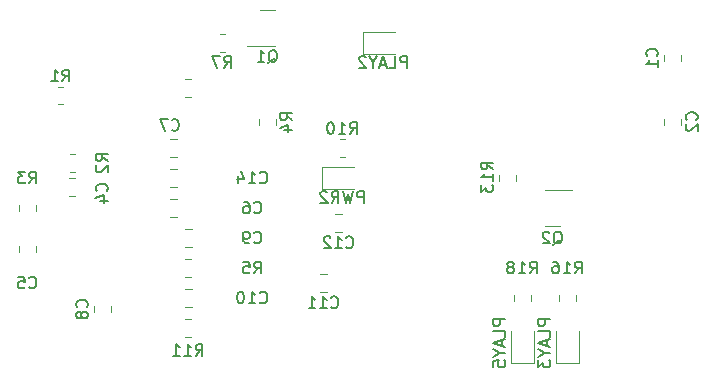
<source format=gbr>
G04 #@! TF.GenerationSoftware,KiCad,Pcbnew,7.0.2-6a45011f42~172~ubuntu22.04.1*
G04 #@! TF.CreationDate,2023-04-28T22:36:37-05:00*
G04 #@! TF.ProjectId,laser,6c617365-722e-46b6-9963-61645f706362,rev?*
G04 #@! TF.SameCoordinates,PXc1c960PY791ddc0*
G04 #@! TF.FileFunction,Legend,Bot*
G04 #@! TF.FilePolarity,Positive*
%FSLAX46Y46*%
G04 Gerber Fmt 4.6, Leading zero omitted, Abs format (unit mm)*
G04 Created by KiCad (PCBNEW 7.0.2-6a45011f42~172~ubuntu22.04.1) date 2023-04-28 22:36:37*
%MOMM*%
%LPD*%
G01*
G04 APERTURE LIST*
%ADD10C,0.150000*%
%ADD11C,0.120000*%
G04 APERTURE END LIST*
D10*
X21756666Y11062620D02*
X21804285Y11015000D01*
X21804285Y11015000D02*
X21947142Y10967381D01*
X21947142Y10967381D02*
X22042380Y10967381D01*
X22042380Y10967381D02*
X22185237Y11015000D01*
X22185237Y11015000D02*
X22280475Y11110239D01*
X22280475Y11110239D02*
X22328094Y11205477D01*
X22328094Y11205477D02*
X22375713Y11395953D01*
X22375713Y11395953D02*
X22375713Y11538810D01*
X22375713Y11538810D02*
X22328094Y11729286D01*
X22328094Y11729286D02*
X22280475Y11824524D01*
X22280475Y11824524D02*
X22185237Y11919762D01*
X22185237Y11919762D02*
X22042380Y11967381D01*
X22042380Y11967381D02*
X21947142Y11967381D01*
X21947142Y11967381D02*
X21804285Y11919762D01*
X21804285Y11919762D02*
X21756666Y11872143D01*
X21280475Y10967381D02*
X21089999Y10967381D01*
X21089999Y10967381D02*
X20994761Y11015000D01*
X20994761Y11015000D02*
X20947142Y11062620D01*
X20947142Y11062620D02*
X20851904Y11205477D01*
X20851904Y11205477D02*
X20804285Y11395953D01*
X20804285Y11395953D02*
X20804285Y11776905D01*
X20804285Y11776905D02*
X20851904Y11872143D01*
X20851904Y11872143D02*
X20899523Y11919762D01*
X20899523Y11919762D02*
X20994761Y11967381D01*
X20994761Y11967381D02*
X21185237Y11967381D01*
X21185237Y11967381D02*
X21280475Y11919762D01*
X21280475Y11919762D02*
X21328094Y11872143D01*
X21328094Y11872143D02*
X21375713Y11776905D01*
X21375713Y11776905D02*
X21375713Y11538810D01*
X21375713Y11538810D02*
X21328094Y11443572D01*
X21328094Y11443572D02*
X21280475Y11395953D01*
X21280475Y11395953D02*
X21185237Y11348334D01*
X21185237Y11348334D02*
X20994761Y11348334D01*
X20994761Y11348334D02*
X20899523Y11395953D01*
X20899523Y11395953D02*
X20851904Y11443572D01*
X20851904Y11443572D02*
X20804285Y11538810D01*
X47085238Y10872143D02*
X47180476Y10919762D01*
X47180476Y10919762D02*
X47275714Y11015000D01*
X47275714Y11015000D02*
X47418571Y11157858D01*
X47418571Y11157858D02*
X47513809Y11205477D01*
X47513809Y11205477D02*
X47609047Y11205477D01*
X47561428Y10967381D02*
X47656666Y11015000D01*
X47656666Y11015000D02*
X47751904Y11110239D01*
X47751904Y11110239D02*
X47799523Y11300715D01*
X47799523Y11300715D02*
X47799523Y11634048D01*
X47799523Y11634048D02*
X47751904Y11824524D01*
X47751904Y11824524D02*
X47656666Y11919762D01*
X47656666Y11919762D02*
X47561428Y11967381D01*
X47561428Y11967381D02*
X47370952Y11967381D01*
X47370952Y11967381D02*
X47275714Y11919762D01*
X47275714Y11919762D02*
X47180476Y11824524D01*
X47180476Y11824524D02*
X47132857Y11634048D01*
X47132857Y11634048D02*
X47132857Y11300715D01*
X47132857Y11300715D02*
X47180476Y11110239D01*
X47180476Y11110239D02*
X47275714Y11015000D01*
X47275714Y11015000D02*
X47370952Y10967381D01*
X47370952Y10967381D02*
X47561428Y10967381D01*
X46751904Y11872143D02*
X46704285Y11919762D01*
X46704285Y11919762D02*
X46609047Y11967381D01*
X46609047Y11967381D02*
X46370952Y11967381D01*
X46370952Y11967381D02*
X46275714Y11919762D01*
X46275714Y11919762D02*
X46228095Y11872143D01*
X46228095Y11872143D02*
X46180476Y11776905D01*
X46180476Y11776905D02*
X46180476Y11681667D01*
X46180476Y11681667D02*
X46228095Y11538810D01*
X46228095Y11538810D02*
X46799523Y10967381D01*
X46799523Y10967381D02*
X46180476Y10967381D01*
X9352619Y17946667D02*
X8876428Y18280000D01*
X9352619Y18518095D02*
X8352619Y18518095D01*
X8352619Y18518095D02*
X8352619Y18137143D01*
X8352619Y18137143D02*
X8400238Y18041905D01*
X8400238Y18041905D02*
X8447857Y17994286D01*
X8447857Y17994286D02*
X8543095Y17946667D01*
X8543095Y17946667D02*
X8685952Y17946667D01*
X8685952Y17946667D02*
X8781190Y17994286D01*
X8781190Y17994286D02*
X8828809Y18041905D01*
X8828809Y18041905D02*
X8876428Y18137143D01*
X8876428Y18137143D02*
X8876428Y18518095D01*
X8447857Y17565714D02*
X8400238Y17518095D01*
X8400238Y17518095D02*
X8352619Y17422857D01*
X8352619Y17422857D02*
X8352619Y17184762D01*
X8352619Y17184762D02*
X8400238Y17089524D01*
X8400238Y17089524D02*
X8447857Y17041905D01*
X8447857Y17041905D02*
X8543095Y16994286D01*
X8543095Y16994286D02*
X8638333Y16994286D01*
X8638333Y16994286D02*
X8781190Y17041905D01*
X8781190Y17041905D02*
X9352619Y17613333D01*
X9352619Y17613333D02*
X9352619Y16994286D01*
X55837380Y26836667D02*
X55885000Y26884286D01*
X55885000Y26884286D02*
X55932619Y27027143D01*
X55932619Y27027143D02*
X55932619Y27122381D01*
X55932619Y27122381D02*
X55885000Y27265238D01*
X55885000Y27265238D02*
X55789761Y27360476D01*
X55789761Y27360476D02*
X55694523Y27408095D01*
X55694523Y27408095D02*
X55504047Y27455714D01*
X55504047Y27455714D02*
X55361190Y27455714D01*
X55361190Y27455714D02*
X55170714Y27408095D01*
X55170714Y27408095D02*
X55075476Y27360476D01*
X55075476Y27360476D02*
X54980238Y27265238D01*
X54980238Y27265238D02*
X54932619Y27122381D01*
X54932619Y27122381D02*
X54932619Y27027143D01*
X54932619Y27027143D02*
X54980238Y26884286D01*
X54980238Y26884286D02*
X55027857Y26836667D01*
X55932619Y25884286D02*
X55932619Y26455714D01*
X55932619Y26170000D02*
X54932619Y26170000D01*
X54932619Y26170000D02*
X55075476Y26265238D01*
X55075476Y26265238D02*
X55170714Y26360476D01*
X55170714Y26360476D02*
X55218333Y26455714D01*
X29532857Y10652620D02*
X29580476Y10605000D01*
X29580476Y10605000D02*
X29723333Y10557381D01*
X29723333Y10557381D02*
X29818571Y10557381D01*
X29818571Y10557381D02*
X29961428Y10605000D01*
X29961428Y10605000D02*
X30056666Y10700239D01*
X30056666Y10700239D02*
X30104285Y10795477D01*
X30104285Y10795477D02*
X30151904Y10985953D01*
X30151904Y10985953D02*
X30151904Y11128810D01*
X30151904Y11128810D02*
X30104285Y11319286D01*
X30104285Y11319286D02*
X30056666Y11414524D01*
X30056666Y11414524D02*
X29961428Y11509762D01*
X29961428Y11509762D02*
X29818571Y11557381D01*
X29818571Y11557381D02*
X29723333Y11557381D01*
X29723333Y11557381D02*
X29580476Y11509762D01*
X29580476Y11509762D02*
X29532857Y11462143D01*
X28580476Y10557381D02*
X29151904Y10557381D01*
X28866190Y10557381D02*
X28866190Y11557381D01*
X28866190Y11557381D02*
X28961428Y11414524D01*
X28961428Y11414524D02*
X29056666Y11319286D01*
X29056666Y11319286D02*
X29151904Y11271667D01*
X28199523Y11462143D02*
X28151904Y11509762D01*
X28151904Y11509762D02*
X28056666Y11557381D01*
X28056666Y11557381D02*
X27818571Y11557381D01*
X27818571Y11557381D02*
X27723333Y11509762D01*
X27723333Y11509762D02*
X27675714Y11462143D01*
X27675714Y11462143D02*
X27628095Y11366905D01*
X27628095Y11366905D02*
X27628095Y11271667D01*
X27628095Y11271667D02*
X27675714Y11128810D01*
X27675714Y11128810D02*
X28247142Y10557381D01*
X28247142Y10557381D02*
X27628095Y10557381D01*
X16795357Y1442381D02*
X17128690Y1918572D01*
X17366785Y1442381D02*
X17366785Y2442381D01*
X17366785Y2442381D02*
X16985833Y2442381D01*
X16985833Y2442381D02*
X16890595Y2394762D01*
X16890595Y2394762D02*
X16842976Y2347143D01*
X16842976Y2347143D02*
X16795357Y2251905D01*
X16795357Y2251905D02*
X16795357Y2109048D01*
X16795357Y2109048D02*
X16842976Y2013810D01*
X16842976Y2013810D02*
X16890595Y1966191D01*
X16890595Y1966191D02*
X16985833Y1918572D01*
X16985833Y1918572D02*
X17366785Y1918572D01*
X15842976Y1442381D02*
X16414404Y1442381D01*
X16128690Y1442381D02*
X16128690Y2442381D01*
X16128690Y2442381D02*
X16223928Y2299524D01*
X16223928Y2299524D02*
X16319166Y2204286D01*
X16319166Y2204286D02*
X16414404Y2156667D01*
X14890595Y1442381D02*
X15462023Y1442381D01*
X15176309Y1442381D02*
X15176309Y2442381D01*
X15176309Y2442381D02*
X15271547Y2299524D01*
X15271547Y2299524D02*
X15366785Y2204286D01*
X15366785Y2204286D02*
X15462023Y2156667D01*
X24972619Y21399167D02*
X24496428Y21732500D01*
X24972619Y21970595D02*
X23972619Y21970595D01*
X23972619Y21970595D02*
X23972619Y21589643D01*
X23972619Y21589643D02*
X24020238Y21494405D01*
X24020238Y21494405D02*
X24067857Y21446786D01*
X24067857Y21446786D02*
X24163095Y21399167D01*
X24163095Y21399167D02*
X24305952Y21399167D01*
X24305952Y21399167D02*
X24401190Y21446786D01*
X24401190Y21446786D02*
X24448809Y21494405D01*
X24448809Y21494405D02*
X24496428Y21589643D01*
X24496428Y21589643D02*
X24496428Y21970595D01*
X24305952Y20542024D02*
X24972619Y20542024D01*
X23925000Y20780119D02*
X24639285Y21018214D01*
X24639285Y21018214D02*
X24639285Y20399167D01*
X2706666Y16047381D02*
X3039999Y16523572D01*
X3278094Y16047381D02*
X3278094Y17047381D01*
X3278094Y17047381D02*
X2897142Y17047381D01*
X2897142Y17047381D02*
X2801904Y16999762D01*
X2801904Y16999762D02*
X2754285Y16952143D01*
X2754285Y16952143D02*
X2706666Y16856905D01*
X2706666Y16856905D02*
X2706666Y16714048D01*
X2706666Y16714048D02*
X2754285Y16618810D01*
X2754285Y16618810D02*
X2801904Y16571191D01*
X2801904Y16571191D02*
X2897142Y16523572D01*
X2897142Y16523572D02*
X3278094Y16523572D01*
X2373332Y17047381D02*
X1754285Y17047381D01*
X1754285Y17047381D02*
X2087618Y16666429D01*
X2087618Y16666429D02*
X1944761Y16666429D01*
X1944761Y16666429D02*
X1849523Y16618810D01*
X1849523Y16618810D02*
X1801904Y16571191D01*
X1801904Y16571191D02*
X1754285Y16475953D01*
X1754285Y16475953D02*
X1754285Y16237858D01*
X1754285Y16237858D02*
X1801904Y16142620D01*
X1801904Y16142620D02*
X1849523Y16095000D01*
X1849523Y16095000D02*
X1944761Y16047381D01*
X1944761Y16047381D02*
X2230475Y16047381D01*
X2230475Y16047381D02*
X2325713Y16095000D01*
X2325713Y16095000D02*
X2373332Y16142620D01*
X14771666Y20587620D02*
X14819285Y20540000D01*
X14819285Y20540000D02*
X14962142Y20492381D01*
X14962142Y20492381D02*
X15057380Y20492381D01*
X15057380Y20492381D02*
X15200237Y20540000D01*
X15200237Y20540000D02*
X15295475Y20635239D01*
X15295475Y20635239D02*
X15343094Y20730477D01*
X15343094Y20730477D02*
X15390713Y20920953D01*
X15390713Y20920953D02*
X15390713Y21063810D01*
X15390713Y21063810D02*
X15343094Y21254286D01*
X15343094Y21254286D02*
X15295475Y21349524D01*
X15295475Y21349524D02*
X15200237Y21444762D01*
X15200237Y21444762D02*
X15057380Y21492381D01*
X15057380Y21492381D02*
X14962142Y21492381D01*
X14962142Y21492381D02*
X14819285Y21444762D01*
X14819285Y21444762D02*
X14771666Y21397143D01*
X14438332Y21492381D02*
X13771666Y21492381D01*
X13771666Y21492381D02*
X14200237Y20492381D01*
X22955238Y26252143D02*
X23050476Y26299762D01*
X23050476Y26299762D02*
X23145714Y26395000D01*
X23145714Y26395000D02*
X23288571Y26537858D01*
X23288571Y26537858D02*
X23383809Y26585477D01*
X23383809Y26585477D02*
X23479047Y26585477D01*
X23431428Y26347381D02*
X23526666Y26395000D01*
X23526666Y26395000D02*
X23621904Y26490239D01*
X23621904Y26490239D02*
X23669523Y26680715D01*
X23669523Y26680715D02*
X23669523Y27014048D01*
X23669523Y27014048D02*
X23621904Y27204524D01*
X23621904Y27204524D02*
X23526666Y27299762D01*
X23526666Y27299762D02*
X23431428Y27347381D01*
X23431428Y27347381D02*
X23240952Y27347381D01*
X23240952Y27347381D02*
X23145714Y27299762D01*
X23145714Y27299762D02*
X23050476Y27204524D01*
X23050476Y27204524D02*
X23002857Y27014048D01*
X23002857Y27014048D02*
X23002857Y26680715D01*
X23002857Y26680715D02*
X23050476Y26490239D01*
X23050476Y26490239D02*
X23145714Y26395000D01*
X23145714Y26395000D02*
X23240952Y26347381D01*
X23240952Y26347381D02*
X23431428Y26347381D01*
X22050476Y26347381D02*
X22621904Y26347381D01*
X22336190Y26347381D02*
X22336190Y27347381D01*
X22336190Y27347381D02*
X22431428Y27204524D01*
X22431428Y27204524D02*
X22526666Y27109286D01*
X22526666Y27109286D02*
X22621904Y27061667D01*
X19216666Y25827381D02*
X19549999Y26303572D01*
X19788094Y25827381D02*
X19788094Y26827381D01*
X19788094Y26827381D02*
X19407142Y26827381D01*
X19407142Y26827381D02*
X19311904Y26779762D01*
X19311904Y26779762D02*
X19264285Y26732143D01*
X19264285Y26732143D02*
X19216666Y26636905D01*
X19216666Y26636905D02*
X19216666Y26494048D01*
X19216666Y26494048D02*
X19264285Y26398810D01*
X19264285Y26398810D02*
X19311904Y26351191D01*
X19311904Y26351191D02*
X19407142Y26303572D01*
X19407142Y26303572D02*
X19788094Y26303572D01*
X18883332Y26827381D02*
X18216666Y26827381D01*
X18216666Y26827381D02*
X18645237Y25827381D01*
X21756666Y13602620D02*
X21804285Y13555000D01*
X21804285Y13555000D02*
X21947142Y13507381D01*
X21947142Y13507381D02*
X22042380Y13507381D01*
X22042380Y13507381D02*
X22185237Y13555000D01*
X22185237Y13555000D02*
X22280475Y13650239D01*
X22280475Y13650239D02*
X22328094Y13745477D01*
X22328094Y13745477D02*
X22375713Y13935953D01*
X22375713Y13935953D02*
X22375713Y14078810D01*
X22375713Y14078810D02*
X22328094Y14269286D01*
X22328094Y14269286D02*
X22280475Y14364524D01*
X22280475Y14364524D02*
X22185237Y14459762D01*
X22185237Y14459762D02*
X22042380Y14507381D01*
X22042380Y14507381D02*
X21947142Y14507381D01*
X21947142Y14507381D02*
X21804285Y14459762D01*
X21804285Y14459762D02*
X21756666Y14412143D01*
X20899523Y14507381D02*
X21089999Y14507381D01*
X21089999Y14507381D02*
X21185237Y14459762D01*
X21185237Y14459762D02*
X21232856Y14412143D01*
X21232856Y14412143D02*
X21328094Y14269286D01*
X21328094Y14269286D02*
X21375713Y14078810D01*
X21375713Y14078810D02*
X21375713Y13697858D01*
X21375713Y13697858D02*
X21328094Y13602620D01*
X21328094Y13602620D02*
X21280475Y13555000D01*
X21280475Y13555000D02*
X21185237Y13507381D01*
X21185237Y13507381D02*
X20994761Y13507381D01*
X20994761Y13507381D02*
X20899523Y13555000D01*
X20899523Y13555000D02*
X20851904Y13602620D01*
X20851904Y13602620D02*
X20804285Y13697858D01*
X20804285Y13697858D02*
X20804285Y13935953D01*
X20804285Y13935953D02*
X20851904Y14031191D01*
X20851904Y14031191D02*
X20899523Y14078810D01*
X20899523Y14078810D02*
X20994761Y14126429D01*
X20994761Y14126429D02*
X21185237Y14126429D01*
X21185237Y14126429D02*
X21280475Y14078810D01*
X21280475Y14078810D02*
X21328094Y14031191D01*
X21328094Y14031191D02*
X21375713Y13935953D01*
X34687499Y25827381D02*
X34687499Y26827381D01*
X34687499Y26827381D02*
X34306547Y26827381D01*
X34306547Y26827381D02*
X34211309Y26779762D01*
X34211309Y26779762D02*
X34163690Y26732143D01*
X34163690Y26732143D02*
X34116071Y26636905D01*
X34116071Y26636905D02*
X34116071Y26494048D01*
X34116071Y26494048D02*
X34163690Y26398810D01*
X34163690Y26398810D02*
X34211309Y26351191D01*
X34211309Y26351191D02*
X34306547Y26303572D01*
X34306547Y26303572D02*
X34687499Y26303572D01*
X33211309Y25827381D02*
X33687499Y25827381D01*
X33687499Y25827381D02*
X33687499Y26827381D01*
X32925594Y26113096D02*
X32449404Y26113096D01*
X33020832Y25827381D02*
X32687499Y26827381D01*
X32687499Y26827381D02*
X32354166Y25827381D01*
X31830356Y26303572D02*
X31830356Y25827381D01*
X32163689Y26827381D02*
X31830356Y26303572D01*
X31830356Y26303572D02*
X31497023Y26827381D01*
X31211308Y26732143D02*
X31163689Y26779762D01*
X31163689Y26779762D02*
X31068451Y26827381D01*
X31068451Y26827381D02*
X30830356Y26827381D01*
X30830356Y26827381D02*
X30735118Y26779762D01*
X30735118Y26779762D02*
X30687499Y26732143D01*
X30687499Y26732143D02*
X30639880Y26636905D01*
X30639880Y26636905D02*
X30639880Y26541667D01*
X30639880Y26541667D02*
X30687499Y26398810D01*
X30687499Y26398810D02*
X31258927Y25827381D01*
X31258927Y25827381D02*
X30639880Y25827381D01*
X28262857Y5572620D02*
X28310476Y5525000D01*
X28310476Y5525000D02*
X28453333Y5477381D01*
X28453333Y5477381D02*
X28548571Y5477381D01*
X28548571Y5477381D02*
X28691428Y5525000D01*
X28691428Y5525000D02*
X28786666Y5620239D01*
X28786666Y5620239D02*
X28834285Y5715477D01*
X28834285Y5715477D02*
X28881904Y5905953D01*
X28881904Y5905953D02*
X28881904Y6048810D01*
X28881904Y6048810D02*
X28834285Y6239286D01*
X28834285Y6239286D02*
X28786666Y6334524D01*
X28786666Y6334524D02*
X28691428Y6429762D01*
X28691428Y6429762D02*
X28548571Y6477381D01*
X28548571Y6477381D02*
X28453333Y6477381D01*
X28453333Y6477381D02*
X28310476Y6429762D01*
X28310476Y6429762D02*
X28262857Y6382143D01*
X27310476Y5477381D02*
X27881904Y5477381D01*
X27596190Y5477381D02*
X27596190Y6477381D01*
X27596190Y6477381D02*
X27691428Y6334524D01*
X27691428Y6334524D02*
X27786666Y6239286D01*
X27786666Y6239286D02*
X27881904Y6191667D01*
X26358095Y5477381D02*
X26929523Y5477381D01*
X26643809Y5477381D02*
X26643809Y6477381D01*
X26643809Y6477381D02*
X26739047Y6334524D01*
X26739047Y6334524D02*
X26834285Y6239286D01*
X26834285Y6239286D02*
X26929523Y6191667D01*
X41975375Y17230434D02*
X41499184Y17563767D01*
X41975375Y17801862D02*
X40975375Y17801862D01*
X40975375Y17801862D02*
X40975375Y17420910D01*
X40975375Y17420910D02*
X41022994Y17325672D01*
X41022994Y17325672D02*
X41070613Y17278053D01*
X41070613Y17278053D02*
X41165851Y17230434D01*
X41165851Y17230434D02*
X41308708Y17230434D01*
X41308708Y17230434D02*
X41403946Y17278053D01*
X41403946Y17278053D02*
X41451565Y17325672D01*
X41451565Y17325672D02*
X41499184Y17420910D01*
X41499184Y17420910D02*
X41499184Y17801862D01*
X41975375Y16278053D02*
X41975375Y16849481D01*
X41975375Y16563767D02*
X40975375Y16563767D01*
X40975375Y16563767D02*
X41118232Y16659005D01*
X41118232Y16659005D02*
X41213470Y16754243D01*
X41213470Y16754243D02*
X41261089Y16849481D01*
X40975375Y15944719D02*
X40975375Y15325672D01*
X40975375Y15325672D02*
X41356327Y15659005D01*
X41356327Y15659005D02*
X41356327Y15516148D01*
X41356327Y15516148D02*
X41403946Y15420910D01*
X41403946Y15420910D02*
X41451565Y15373291D01*
X41451565Y15373291D02*
X41546803Y15325672D01*
X41546803Y15325672D02*
X41784898Y15325672D01*
X41784898Y15325672D02*
X41880136Y15373291D01*
X41880136Y15373291D02*
X41927756Y15420910D01*
X41927756Y15420910D02*
X41975375Y15516148D01*
X41975375Y15516148D02*
X41975375Y15801862D01*
X41975375Y15801862D02*
X41927756Y15897100D01*
X41927756Y15897100D02*
X41880136Y15944719D01*
X43007619Y4540000D02*
X42007619Y4540000D01*
X42007619Y4540000D02*
X42007619Y4159048D01*
X42007619Y4159048D02*
X42055238Y4063810D01*
X42055238Y4063810D02*
X42102857Y4016191D01*
X42102857Y4016191D02*
X42198095Y3968572D01*
X42198095Y3968572D02*
X42340952Y3968572D01*
X42340952Y3968572D02*
X42436190Y4016191D01*
X42436190Y4016191D02*
X42483809Y4063810D01*
X42483809Y4063810D02*
X42531428Y4159048D01*
X42531428Y4159048D02*
X42531428Y4540000D01*
X43007619Y3063810D02*
X43007619Y3540000D01*
X43007619Y3540000D02*
X42007619Y3540000D01*
X42721904Y2778095D02*
X42721904Y2301905D01*
X43007619Y2873333D02*
X42007619Y2540000D01*
X42007619Y2540000D02*
X43007619Y2206667D01*
X42531428Y1682857D02*
X43007619Y1682857D01*
X42007619Y2016190D02*
X42531428Y1682857D01*
X42531428Y1682857D02*
X42007619Y1349524D01*
X42007619Y540000D02*
X42007619Y1016190D01*
X42007619Y1016190D02*
X42483809Y1063809D01*
X42483809Y1063809D02*
X42436190Y1016190D01*
X42436190Y1016190D02*
X42388571Y920952D01*
X42388571Y920952D02*
X42388571Y682857D01*
X42388571Y682857D02*
X42436190Y587619D01*
X42436190Y587619D02*
X42483809Y540000D01*
X42483809Y540000D02*
X42579047Y492381D01*
X42579047Y492381D02*
X42817142Y492381D01*
X42817142Y492381D02*
X42912380Y540000D01*
X42912380Y540000D02*
X42960000Y587619D01*
X42960000Y587619D02*
X43007619Y682857D01*
X43007619Y682857D02*
X43007619Y920952D01*
X43007619Y920952D02*
X42960000Y1016190D01*
X42960000Y1016190D02*
X42912380Y1063809D01*
X7577380Y5566667D02*
X7625000Y5614286D01*
X7625000Y5614286D02*
X7672619Y5757143D01*
X7672619Y5757143D02*
X7672619Y5852381D01*
X7672619Y5852381D02*
X7625000Y5995238D01*
X7625000Y5995238D02*
X7529761Y6090476D01*
X7529761Y6090476D02*
X7434523Y6138095D01*
X7434523Y6138095D02*
X7244047Y6185714D01*
X7244047Y6185714D02*
X7101190Y6185714D01*
X7101190Y6185714D02*
X6910714Y6138095D01*
X6910714Y6138095D02*
X6815476Y6090476D01*
X6815476Y6090476D02*
X6720238Y5995238D01*
X6720238Y5995238D02*
X6672619Y5852381D01*
X6672619Y5852381D02*
X6672619Y5757143D01*
X6672619Y5757143D02*
X6720238Y5614286D01*
X6720238Y5614286D02*
X6767857Y5566667D01*
X7101190Y4995238D02*
X7053571Y5090476D01*
X7053571Y5090476D02*
X7005952Y5138095D01*
X7005952Y5138095D02*
X6910714Y5185714D01*
X6910714Y5185714D02*
X6863095Y5185714D01*
X6863095Y5185714D02*
X6767857Y5138095D01*
X6767857Y5138095D02*
X6720238Y5090476D01*
X6720238Y5090476D02*
X6672619Y4995238D01*
X6672619Y4995238D02*
X6672619Y4804762D01*
X6672619Y4804762D02*
X6720238Y4709524D01*
X6720238Y4709524D02*
X6767857Y4661905D01*
X6767857Y4661905D02*
X6863095Y4614286D01*
X6863095Y4614286D02*
X6910714Y4614286D01*
X6910714Y4614286D02*
X7005952Y4661905D01*
X7005952Y4661905D02*
X7053571Y4709524D01*
X7053571Y4709524D02*
X7101190Y4804762D01*
X7101190Y4804762D02*
X7101190Y4995238D01*
X7101190Y4995238D02*
X7148809Y5090476D01*
X7148809Y5090476D02*
X7196428Y5138095D01*
X7196428Y5138095D02*
X7291666Y5185714D01*
X7291666Y5185714D02*
X7482142Y5185714D01*
X7482142Y5185714D02*
X7577380Y5138095D01*
X7577380Y5138095D02*
X7625000Y5090476D01*
X7625000Y5090476D02*
X7672619Y4995238D01*
X7672619Y4995238D02*
X7672619Y4804762D01*
X7672619Y4804762D02*
X7625000Y4709524D01*
X7625000Y4709524D02*
X7577380Y4661905D01*
X7577380Y4661905D02*
X7482142Y4614286D01*
X7482142Y4614286D02*
X7291666Y4614286D01*
X7291666Y4614286D02*
X7196428Y4661905D01*
X7196428Y4661905D02*
X7148809Y4709524D01*
X7148809Y4709524D02*
X7101190Y4804762D01*
X31019523Y14397381D02*
X31019523Y15397381D01*
X31019523Y15397381D02*
X30638571Y15397381D01*
X30638571Y15397381D02*
X30543333Y15349762D01*
X30543333Y15349762D02*
X30495714Y15302143D01*
X30495714Y15302143D02*
X30448095Y15206905D01*
X30448095Y15206905D02*
X30448095Y15064048D01*
X30448095Y15064048D02*
X30495714Y14968810D01*
X30495714Y14968810D02*
X30543333Y14921191D01*
X30543333Y14921191D02*
X30638571Y14873572D01*
X30638571Y14873572D02*
X31019523Y14873572D01*
X30114761Y15397381D02*
X29876666Y14397381D01*
X29876666Y14397381D02*
X29686190Y15111667D01*
X29686190Y15111667D02*
X29495714Y14397381D01*
X29495714Y14397381D02*
X29257619Y15397381D01*
X28305238Y14397381D02*
X28638571Y14873572D01*
X28876666Y14397381D02*
X28876666Y15397381D01*
X28876666Y15397381D02*
X28495714Y15397381D01*
X28495714Y15397381D02*
X28400476Y15349762D01*
X28400476Y15349762D02*
X28352857Y15302143D01*
X28352857Y15302143D02*
X28305238Y15206905D01*
X28305238Y15206905D02*
X28305238Y15064048D01*
X28305238Y15064048D02*
X28352857Y14968810D01*
X28352857Y14968810D02*
X28400476Y14921191D01*
X28400476Y14921191D02*
X28495714Y14873572D01*
X28495714Y14873572D02*
X28876666Y14873572D01*
X27924285Y15302143D02*
X27876666Y15349762D01*
X27876666Y15349762D02*
X27781428Y15397381D01*
X27781428Y15397381D02*
X27543333Y15397381D01*
X27543333Y15397381D02*
X27448095Y15349762D01*
X27448095Y15349762D02*
X27400476Y15302143D01*
X27400476Y15302143D02*
X27352857Y15206905D01*
X27352857Y15206905D02*
X27352857Y15111667D01*
X27352857Y15111667D02*
X27400476Y14968810D01*
X27400476Y14968810D02*
X27971904Y14397381D01*
X27971904Y14397381D02*
X27352857Y14397381D01*
X59197380Y21436667D02*
X59245000Y21484286D01*
X59245000Y21484286D02*
X59292619Y21627143D01*
X59292619Y21627143D02*
X59292619Y21722381D01*
X59292619Y21722381D02*
X59245000Y21865238D01*
X59245000Y21865238D02*
X59149761Y21960476D01*
X59149761Y21960476D02*
X59054523Y22008095D01*
X59054523Y22008095D02*
X58864047Y22055714D01*
X58864047Y22055714D02*
X58721190Y22055714D01*
X58721190Y22055714D02*
X58530714Y22008095D01*
X58530714Y22008095D02*
X58435476Y21960476D01*
X58435476Y21960476D02*
X58340238Y21865238D01*
X58340238Y21865238D02*
X58292619Y21722381D01*
X58292619Y21722381D02*
X58292619Y21627143D01*
X58292619Y21627143D02*
X58340238Y21484286D01*
X58340238Y21484286D02*
X58387857Y21436667D01*
X58387857Y21055714D02*
X58340238Y21008095D01*
X58340238Y21008095D02*
X58292619Y20912857D01*
X58292619Y20912857D02*
X58292619Y20674762D01*
X58292619Y20674762D02*
X58340238Y20579524D01*
X58340238Y20579524D02*
X58387857Y20531905D01*
X58387857Y20531905D02*
X58483095Y20484286D01*
X58483095Y20484286D02*
X58578333Y20484286D01*
X58578333Y20484286D02*
X58721190Y20531905D01*
X58721190Y20531905D02*
X59292619Y21103333D01*
X59292619Y21103333D02*
X59292619Y20484286D01*
X22232857Y16142620D02*
X22280476Y16095000D01*
X22280476Y16095000D02*
X22423333Y16047381D01*
X22423333Y16047381D02*
X22518571Y16047381D01*
X22518571Y16047381D02*
X22661428Y16095000D01*
X22661428Y16095000D02*
X22756666Y16190239D01*
X22756666Y16190239D02*
X22804285Y16285477D01*
X22804285Y16285477D02*
X22851904Y16475953D01*
X22851904Y16475953D02*
X22851904Y16618810D01*
X22851904Y16618810D02*
X22804285Y16809286D01*
X22804285Y16809286D02*
X22756666Y16904524D01*
X22756666Y16904524D02*
X22661428Y16999762D01*
X22661428Y16999762D02*
X22518571Y17047381D01*
X22518571Y17047381D02*
X22423333Y17047381D01*
X22423333Y17047381D02*
X22280476Y16999762D01*
X22280476Y16999762D02*
X22232857Y16952143D01*
X21280476Y16047381D02*
X21851904Y16047381D01*
X21566190Y16047381D02*
X21566190Y17047381D01*
X21566190Y17047381D02*
X21661428Y16904524D01*
X21661428Y16904524D02*
X21756666Y16809286D01*
X21756666Y16809286D02*
X21851904Y16761667D01*
X20423333Y16714048D02*
X20423333Y16047381D01*
X20661428Y17095000D02*
X20899523Y16380715D01*
X20899523Y16380715D02*
X20280476Y16380715D01*
X2706666Y7252620D02*
X2754285Y7205000D01*
X2754285Y7205000D02*
X2897142Y7157381D01*
X2897142Y7157381D02*
X2992380Y7157381D01*
X2992380Y7157381D02*
X3135237Y7205000D01*
X3135237Y7205000D02*
X3230475Y7300239D01*
X3230475Y7300239D02*
X3278094Y7395477D01*
X3278094Y7395477D02*
X3325713Y7585953D01*
X3325713Y7585953D02*
X3325713Y7728810D01*
X3325713Y7728810D02*
X3278094Y7919286D01*
X3278094Y7919286D02*
X3230475Y8014524D01*
X3230475Y8014524D02*
X3135237Y8109762D01*
X3135237Y8109762D02*
X2992380Y8157381D01*
X2992380Y8157381D02*
X2897142Y8157381D01*
X2897142Y8157381D02*
X2754285Y8109762D01*
X2754285Y8109762D02*
X2706666Y8062143D01*
X1801904Y8157381D02*
X2278094Y8157381D01*
X2278094Y8157381D02*
X2325713Y7681191D01*
X2325713Y7681191D02*
X2278094Y7728810D01*
X2278094Y7728810D02*
X2182856Y7776429D01*
X2182856Y7776429D02*
X1944761Y7776429D01*
X1944761Y7776429D02*
X1849523Y7728810D01*
X1849523Y7728810D02*
X1801904Y7681191D01*
X1801904Y7681191D02*
X1754285Y7585953D01*
X1754285Y7585953D02*
X1754285Y7347858D01*
X1754285Y7347858D02*
X1801904Y7252620D01*
X1801904Y7252620D02*
X1849523Y7205000D01*
X1849523Y7205000D02*
X1944761Y7157381D01*
X1944761Y7157381D02*
X2182856Y7157381D01*
X2182856Y7157381D02*
X2278094Y7205000D01*
X2278094Y7205000D02*
X2325713Y7252620D01*
X22232857Y5982620D02*
X22280476Y5935000D01*
X22280476Y5935000D02*
X22423333Y5887381D01*
X22423333Y5887381D02*
X22518571Y5887381D01*
X22518571Y5887381D02*
X22661428Y5935000D01*
X22661428Y5935000D02*
X22756666Y6030239D01*
X22756666Y6030239D02*
X22804285Y6125477D01*
X22804285Y6125477D02*
X22851904Y6315953D01*
X22851904Y6315953D02*
X22851904Y6458810D01*
X22851904Y6458810D02*
X22804285Y6649286D01*
X22804285Y6649286D02*
X22756666Y6744524D01*
X22756666Y6744524D02*
X22661428Y6839762D01*
X22661428Y6839762D02*
X22518571Y6887381D01*
X22518571Y6887381D02*
X22423333Y6887381D01*
X22423333Y6887381D02*
X22280476Y6839762D01*
X22280476Y6839762D02*
X22232857Y6792143D01*
X21280476Y5887381D02*
X21851904Y5887381D01*
X21566190Y5887381D02*
X21566190Y6887381D01*
X21566190Y6887381D02*
X21661428Y6744524D01*
X21661428Y6744524D02*
X21756666Y6649286D01*
X21756666Y6649286D02*
X21851904Y6601667D01*
X20661428Y6887381D02*
X20566190Y6887381D01*
X20566190Y6887381D02*
X20470952Y6839762D01*
X20470952Y6839762D02*
X20423333Y6792143D01*
X20423333Y6792143D02*
X20375714Y6696905D01*
X20375714Y6696905D02*
X20328095Y6506429D01*
X20328095Y6506429D02*
X20328095Y6268334D01*
X20328095Y6268334D02*
X20375714Y6077858D01*
X20375714Y6077858D02*
X20423333Y5982620D01*
X20423333Y5982620D02*
X20470952Y5935000D01*
X20470952Y5935000D02*
X20566190Y5887381D01*
X20566190Y5887381D02*
X20661428Y5887381D01*
X20661428Y5887381D02*
X20756666Y5935000D01*
X20756666Y5935000D02*
X20804285Y5982620D01*
X20804285Y5982620D02*
X20851904Y6077858D01*
X20851904Y6077858D02*
X20899523Y6268334D01*
X20899523Y6268334D02*
X20899523Y6506429D01*
X20899523Y6506429D02*
X20851904Y6696905D01*
X20851904Y6696905D02*
X20804285Y6792143D01*
X20804285Y6792143D02*
X20756666Y6839762D01*
X20756666Y6839762D02*
X20661428Y6887381D01*
X45092857Y8427381D02*
X45426190Y8903572D01*
X45664285Y8427381D02*
X45664285Y9427381D01*
X45664285Y9427381D02*
X45283333Y9427381D01*
X45283333Y9427381D02*
X45188095Y9379762D01*
X45188095Y9379762D02*
X45140476Y9332143D01*
X45140476Y9332143D02*
X45092857Y9236905D01*
X45092857Y9236905D02*
X45092857Y9094048D01*
X45092857Y9094048D02*
X45140476Y8998810D01*
X45140476Y8998810D02*
X45188095Y8951191D01*
X45188095Y8951191D02*
X45283333Y8903572D01*
X45283333Y8903572D02*
X45664285Y8903572D01*
X44140476Y8427381D02*
X44711904Y8427381D01*
X44426190Y8427381D02*
X44426190Y9427381D01*
X44426190Y9427381D02*
X44521428Y9284524D01*
X44521428Y9284524D02*
X44616666Y9189286D01*
X44616666Y9189286D02*
X44711904Y9141667D01*
X43569047Y8998810D02*
X43664285Y9046429D01*
X43664285Y9046429D02*
X43711904Y9094048D01*
X43711904Y9094048D02*
X43759523Y9189286D01*
X43759523Y9189286D02*
X43759523Y9236905D01*
X43759523Y9236905D02*
X43711904Y9332143D01*
X43711904Y9332143D02*
X43664285Y9379762D01*
X43664285Y9379762D02*
X43569047Y9427381D01*
X43569047Y9427381D02*
X43378571Y9427381D01*
X43378571Y9427381D02*
X43283333Y9379762D01*
X43283333Y9379762D02*
X43235714Y9332143D01*
X43235714Y9332143D02*
X43188095Y9236905D01*
X43188095Y9236905D02*
X43188095Y9189286D01*
X43188095Y9189286D02*
X43235714Y9094048D01*
X43235714Y9094048D02*
X43283333Y9046429D01*
X43283333Y9046429D02*
X43378571Y8998810D01*
X43378571Y8998810D02*
X43569047Y8998810D01*
X43569047Y8998810D02*
X43664285Y8951191D01*
X43664285Y8951191D02*
X43711904Y8903572D01*
X43711904Y8903572D02*
X43759523Y8808334D01*
X43759523Y8808334D02*
X43759523Y8617858D01*
X43759523Y8617858D02*
X43711904Y8522620D01*
X43711904Y8522620D02*
X43664285Y8475000D01*
X43664285Y8475000D02*
X43569047Y8427381D01*
X43569047Y8427381D02*
X43378571Y8427381D01*
X43378571Y8427381D02*
X43283333Y8475000D01*
X43283333Y8475000D02*
X43235714Y8522620D01*
X43235714Y8522620D02*
X43188095Y8617858D01*
X43188095Y8617858D02*
X43188095Y8808334D01*
X43188095Y8808334D02*
X43235714Y8903572D01*
X43235714Y8903572D02*
X43283333Y8951191D01*
X43283333Y8951191D02*
X43378571Y8998810D01*
X5524166Y24682381D02*
X5857499Y25158572D01*
X6095594Y24682381D02*
X6095594Y25682381D01*
X6095594Y25682381D02*
X5714642Y25682381D01*
X5714642Y25682381D02*
X5619404Y25634762D01*
X5619404Y25634762D02*
X5571785Y25587143D01*
X5571785Y25587143D02*
X5524166Y25491905D01*
X5524166Y25491905D02*
X5524166Y25349048D01*
X5524166Y25349048D02*
X5571785Y25253810D01*
X5571785Y25253810D02*
X5619404Y25206191D01*
X5619404Y25206191D02*
X5714642Y25158572D01*
X5714642Y25158572D02*
X6095594Y25158572D01*
X4571785Y24682381D02*
X5143213Y24682381D01*
X4857499Y24682381D02*
X4857499Y25682381D01*
X4857499Y25682381D02*
X4952737Y25539524D01*
X4952737Y25539524D02*
X5047975Y25444286D01*
X5047975Y25444286D02*
X5143213Y25396667D01*
X21756666Y8427381D02*
X22089999Y8903572D01*
X22328094Y8427381D02*
X22328094Y9427381D01*
X22328094Y9427381D02*
X21947142Y9427381D01*
X21947142Y9427381D02*
X21851904Y9379762D01*
X21851904Y9379762D02*
X21804285Y9332143D01*
X21804285Y9332143D02*
X21756666Y9236905D01*
X21756666Y9236905D02*
X21756666Y9094048D01*
X21756666Y9094048D02*
X21804285Y8998810D01*
X21804285Y8998810D02*
X21851904Y8951191D01*
X21851904Y8951191D02*
X21947142Y8903572D01*
X21947142Y8903572D02*
X22328094Y8903572D01*
X20851904Y9427381D02*
X21328094Y9427381D01*
X21328094Y9427381D02*
X21375713Y8951191D01*
X21375713Y8951191D02*
X21328094Y8998810D01*
X21328094Y8998810D02*
X21232856Y9046429D01*
X21232856Y9046429D02*
X20994761Y9046429D01*
X20994761Y9046429D02*
X20899523Y8998810D01*
X20899523Y8998810D02*
X20851904Y8951191D01*
X20851904Y8951191D02*
X20804285Y8855953D01*
X20804285Y8855953D02*
X20804285Y8617858D01*
X20804285Y8617858D02*
X20851904Y8522620D01*
X20851904Y8522620D02*
X20899523Y8475000D01*
X20899523Y8475000D02*
X20994761Y8427381D01*
X20994761Y8427381D02*
X21232856Y8427381D01*
X21232856Y8427381D02*
X21328094Y8475000D01*
X21328094Y8475000D02*
X21375713Y8522620D01*
X48902857Y8427381D02*
X49236190Y8903572D01*
X49474285Y8427381D02*
X49474285Y9427381D01*
X49474285Y9427381D02*
X49093333Y9427381D01*
X49093333Y9427381D02*
X48998095Y9379762D01*
X48998095Y9379762D02*
X48950476Y9332143D01*
X48950476Y9332143D02*
X48902857Y9236905D01*
X48902857Y9236905D02*
X48902857Y9094048D01*
X48902857Y9094048D02*
X48950476Y8998810D01*
X48950476Y8998810D02*
X48998095Y8951191D01*
X48998095Y8951191D02*
X49093333Y8903572D01*
X49093333Y8903572D02*
X49474285Y8903572D01*
X47950476Y8427381D02*
X48521904Y8427381D01*
X48236190Y8427381D02*
X48236190Y9427381D01*
X48236190Y9427381D02*
X48331428Y9284524D01*
X48331428Y9284524D02*
X48426666Y9189286D01*
X48426666Y9189286D02*
X48521904Y9141667D01*
X47093333Y9427381D02*
X47283809Y9427381D01*
X47283809Y9427381D02*
X47379047Y9379762D01*
X47379047Y9379762D02*
X47426666Y9332143D01*
X47426666Y9332143D02*
X47521904Y9189286D01*
X47521904Y9189286D02*
X47569523Y8998810D01*
X47569523Y8998810D02*
X47569523Y8617858D01*
X47569523Y8617858D02*
X47521904Y8522620D01*
X47521904Y8522620D02*
X47474285Y8475000D01*
X47474285Y8475000D02*
X47379047Y8427381D01*
X47379047Y8427381D02*
X47188571Y8427381D01*
X47188571Y8427381D02*
X47093333Y8475000D01*
X47093333Y8475000D02*
X47045714Y8522620D01*
X47045714Y8522620D02*
X46998095Y8617858D01*
X46998095Y8617858D02*
X46998095Y8855953D01*
X46998095Y8855953D02*
X47045714Y8951191D01*
X47045714Y8951191D02*
X47093333Y8998810D01*
X47093333Y8998810D02*
X47188571Y9046429D01*
X47188571Y9046429D02*
X47379047Y9046429D01*
X47379047Y9046429D02*
X47474285Y8998810D01*
X47474285Y8998810D02*
X47521904Y8951191D01*
X47521904Y8951191D02*
X47569523Y8855953D01*
X9257380Y15406667D02*
X9305000Y15454286D01*
X9305000Y15454286D02*
X9352619Y15597143D01*
X9352619Y15597143D02*
X9352619Y15692381D01*
X9352619Y15692381D02*
X9305000Y15835238D01*
X9305000Y15835238D02*
X9209761Y15930476D01*
X9209761Y15930476D02*
X9114523Y15978095D01*
X9114523Y15978095D02*
X8924047Y16025714D01*
X8924047Y16025714D02*
X8781190Y16025714D01*
X8781190Y16025714D02*
X8590714Y15978095D01*
X8590714Y15978095D02*
X8495476Y15930476D01*
X8495476Y15930476D02*
X8400238Y15835238D01*
X8400238Y15835238D02*
X8352619Y15692381D01*
X8352619Y15692381D02*
X8352619Y15597143D01*
X8352619Y15597143D02*
X8400238Y15454286D01*
X8400238Y15454286D02*
X8447857Y15406667D01*
X8685952Y14549524D02*
X9352619Y14549524D01*
X8305000Y14787619D02*
X9019285Y15025714D01*
X9019285Y15025714D02*
X9019285Y14406667D01*
X46817619Y4540000D02*
X45817619Y4540000D01*
X45817619Y4540000D02*
X45817619Y4159048D01*
X45817619Y4159048D02*
X45865238Y4063810D01*
X45865238Y4063810D02*
X45912857Y4016191D01*
X45912857Y4016191D02*
X46008095Y3968572D01*
X46008095Y3968572D02*
X46150952Y3968572D01*
X46150952Y3968572D02*
X46246190Y4016191D01*
X46246190Y4016191D02*
X46293809Y4063810D01*
X46293809Y4063810D02*
X46341428Y4159048D01*
X46341428Y4159048D02*
X46341428Y4540000D01*
X46817619Y3063810D02*
X46817619Y3540000D01*
X46817619Y3540000D02*
X45817619Y3540000D01*
X46531904Y2778095D02*
X46531904Y2301905D01*
X46817619Y2873333D02*
X45817619Y2540000D01*
X45817619Y2540000D02*
X46817619Y2206667D01*
X46341428Y1682857D02*
X46817619Y1682857D01*
X45817619Y2016190D02*
X46341428Y1682857D01*
X46341428Y1682857D02*
X45817619Y1349524D01*
X45817619Y1111428D02*
X45817619Y492381D01*
X45817619Y492381D02*
X46198571Y825714D01*
X46198571Y825714D02*
X46198571Y682857D01*
X46198571Y682857D02*
X46246190Y587619D01*
X46246190Y587619D02*
X46293809Y540000D01*
X46293809Y540000D02*
X46389047Y492381D01*
X46389047Y492381D02*
X46627142Y492381D01*
X46627142Y492381D02*
X46722380Y540000D01*
X46722380Y540000D02*
X46770000Y587619D01*
X46770000Y587619D02*
X46817619Y682857D01*
X46817619Y682857D02*
X46817619Y968571D01*
X46817619Y968571D02*
X46770000Y1063809D01*
X46770000Y1063809D02*
X46722380Y1111428D01*
X29852857Y20237381D02*
X30186190Y20713572D01*
X30424285Y20237381D02*
X30424285Y21237381D01*
X30424285Y21237381D02*
X30043333Y21237381D01*
X30043333Y21237381D02*
X29948095Y21189762D01*
X29948095Y21189762D02*
X29900476Y21142143D01*
X29900476Y21142143D02*
X29852857Y21046905D01*
X29852857Y21046905D02*
X29852857Y20904048D01*
X29852857Y20904048D02*
X29900476Y20808810D01*
X29900476Y20808810D02*
X29948095Y20761191D01*
X29948095Y20761191D02*
X30043333Y20713572D01*
X30043333Y20713572D02*
X30424285Y20713572D01*
X28900476Y20237381D02*
X29471904Y20237381D01*
X29186190Y20237381D02*
X29186190Y21237381D01*
X29186190Y21237381D02*
X29281428Y21094524D01*
X29281428Y21094524D02*
X29376666Y20999286D01*
X29376666Y20999286D02*
X29471904Y20951667D01*
X28281428Y21237381D02*
X28186190Y21237381D01*
X28186190Y21237381D02*
X28090952Y21189762D01*
X28090952Y21189762D02*
X28043333Y21142143D01*
X28043333Y21142143D02*
X27995714Y21046905D01*
X27995714Y21046905D02*
X27948095Y20856429D01*
X27948095Y20856429D02*
X27948095Y20618334D01*
X27948095Y20618334D02*
X27995714Y20427858D01*
X27995714Y20427858D02*
X28043333Y20332620D01*
X28043333Y20332620D02*
X28090952Y20285000D01*
X28090952Y20285000D02*
X28186190Y20237381D01*
X28186190Y20237381D02*
X28281428Y20237381D01*
X28281428Y20237381D02*
X28376666Y20285000D01*
X28376666Y20285000D02*
X28424285Y20332620D01*
X28424285Y20332620D02*
X28471904Y20427858D01*
X28471904Y20427858D02*
X28519523Y20618334D01*
X28519523Y20618334D02*
X28519523Y20856429D01*
X28519523Y20856429D02*
X28471904Y21046905D01*
X28471904Y21046905D02*
X28424285Y21142143D01*
X28424285Y21142143D02*
X28376666Y21189762D01*
X28376666Y21189762D02*
X28281428Y21237381D01*
D11*
X16451252Y10695000D02*
X15928748Y10695000D01*
X16451252Y12165000D02*
X15928748Y12165000D01*
X46996690Y12410000D02*
X47646690Y12410000D01*
X46996690Y12410000D02*
X46346690Y12410000D01*
X46996690Y15530000D02*
X48671690Y15530000D01*
X46996690Y15530000D02*
X46346690Y15530000D01*
X6577064Y17045000D02*
X6122936Y17045000D01*
X6577064Y18515000D02*
X6122936Y18515000D01*
X57885000Y26931252D02*
X57885000Y26408748D01*
X56415000Y26931252D02*
X56415000Y26408748D01*
X28628748Y13435000D02*
X29151252Y13435000D01*
X28628748Y11965000D02*
X29151252Y11965000D01*
X16379564Y3075000D02*
X15925436Y3075000D01*
X16379564Y4545000D02*
X15925436Y4545000D01*
X22125000Y21005436D02*
X22125000Y21459564D01*
X23595000Y21005436D02*
X23595000Y21459564D01*
X1805000Y13742936D02*
X1805000Y14197064D01*
X3275000Y13742936D02*
X3275000Y14197064D01*
X14658748Y19785000D02*
X15181252Y19785000D01*
X14658748Y18315000D02*
X15181252Y18315000D01*
X22860000Y30770000D02*
X22210000Y30770000D01*
X22860000Y30770000D02*
X23510000Y30770000D01*
X22860000Y27650000D02*
X21185000Y27650000D01*
X22860000Y27650000D02*
X23510000Y27650000D01*
X18822936Y28675000D02*
X19277064Y28675000D01*
X18822936Y27205000D02*
X19277064Y27205000D01*
X14658748Y14705000D02*
X15181252Y14705000D01*
X14658748Y13235000D02*
X15181252Y13235000D01*
X31002500Y28900000D02*
X33687500Y28900000D01*
X31002500Y26980000D02*
X31002500Y28900000D01*
X33687500Y26980000D02*
X31002500Y26980000D01*
X27358748Y8355000D02*
X27881252Y8355000D01*
X27358748Y6885000D02*
X27881252Y6885000D01*
X43915000Y16737064D02*
X43915000Y16282936D01*
X42445000Y16737064D02*
X42445000Y16282936D01*
X43496690Y880000D02*
X43496690Y3565000D01*
X45416690Y880000D02*
X43496690Y880000D01*
X45416690Y3565000D02*
X45416690Y880000D01*
X9625000Y5661252D02*
X9625000Y5138748D01*
X8155000Y5661252D02*
X8155000Y5138748D01*
X27525000Y17470000D02*
X30210000Y17470000D01*
X27525000Y15550000D02*
X27525000Y17470000D01*
X30210000Y15550000D02*
X27525000Y15550000D01*
X56415000Y21008748D02*
X56415000Y21531252D01*
X57885000Y21008748D02*
X57885000Y21531252D01*
X14658748Y17245000D02*
X15181252Y17245000D01*
X14658748Y15775000D02*
X15181252Y15775000D01*
X1805000Y10218748D02*
X1805000Y10741252D01*
X3275000Y10218748D02*
X3275000Y10741252D01*
X16451252Y5615000D02*
X15928748Y5615000D01*
X16451252Y7085000D02*
X15928748Y7085000D01*
X43721690Y6122936D02*
X43721690Y6577064D01*
X45191690Y6122936D02*
X45191690Y6577064D01*
X5584564Y22760000D02*
X5130436Y22760000D01*
X5584564Y24230000D02*
X5130436Y24230000D01*
X16379564Y8155000D02*
X15925436Y8155000D01*
X16379564Y9625000D02*
X15925436Y9625000D01*
X47531690Y6122936D02*
X47531690Y6577064D01*
X49001690Y6122936D02*
X49001690Y6577064D01*
X15925436Y24865000D02*
X16379564Y24865000D01*
X15925436Y23395000D02*
X16379564Y23395000D01*
X6611252Y15013000D02*
X6088748Y15013000D01*
X6611252Y16483000D02*
X6088748Y16483000D01*
X47306690Y880000D02*
X47306690Y3565000D01*
X49226690Y880000D02*
X47306690Y880000D01*
X49226690Y3565000D02*
X49226690Y880000D01*
X29437064Y18315000D02*
X28982936Y18315000D01*
X29437064Y19785000D02*
X28982936Y19785000D01*
M02*

</source>
